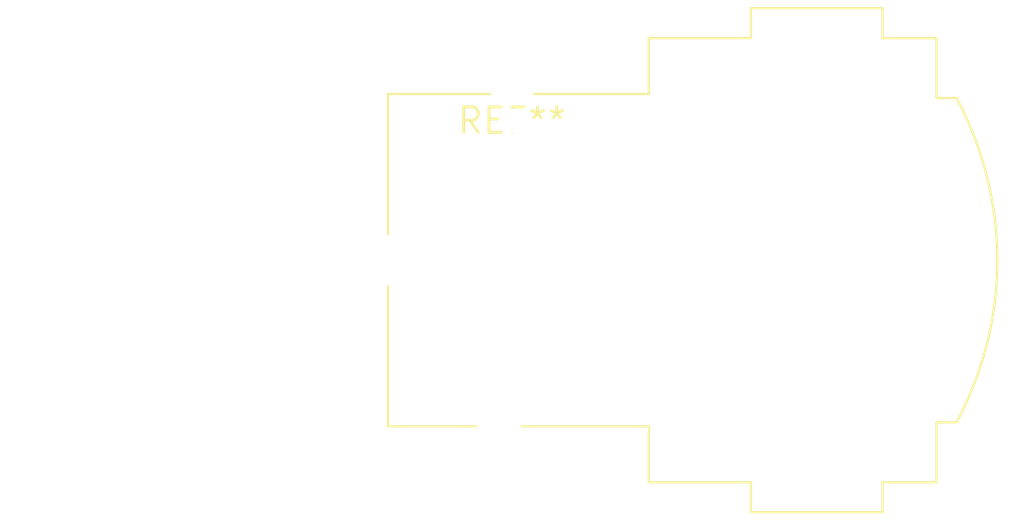
<source format=kicad_pcb>
(kicad_pcb (version 20240108) (generator pcbnew)
  (layers (0 "F.Cu" signal) (31 "B.Cu" signal) (34 "B.Paste" user) (35 "F.Paste" user) (36 "B.SilkS" user "B.Silkscreen") (37 "F.SilkS" user "F.Silkscreen") (38 "B.Mask" user) (39 "F.Mask" user) (44 "Edge.Cuts" user))
  (net 0 "")
  (footprint "Jack_XLR-6.35mm_Neutrik_NCJ6FA-H-DA_Horizontal" (layer "F.Cu") (at 0 0)
    (property "Reference" "REF**")
    (property "Value" "Jack_XLR-6.35mm_Neutrik_NCJ6FA-H-DA_Horizontal")
    (fp_line (start -6.205 -1.335) (end -6.205 5.685) (layer "F.SilkS") (stroke (width 0.12)))
    (fp_line (start -6.205 8.285) (end -6.205 15.305) (layer "F.SilkS") (stroke (width 0.12)))
    (fp_line (start -1.8 15.305) (end -6.205 15.305) (layer "F.SilkS") (stroke (width 0.12)))
    (fp_line (start -1.1 -1.335) (end -6.205 -1.335) (layer "F.SilkS") (stroke (width 0.12)))
    (fp_line (start 6.845 -4.135) (end 6.845 -1.335) (layer "F.SilkS") (stroke (width 0.12)))
    (fp_line (start 6.845 -1.335) (end 1.1 -1.335) (layer "F.SilkS") (stroke (width 0.12)))
    (fp_line (start 6.845 15.305) (end 0.5 15.305) (layer "F.SilkS") (stroke (width 0.12)))
    (fp_line (start 6.845 18.105) (end 6.845 15.305) (layer "F.SilkS") (stroke (width 0.12)))
    (fp_line (start 11.945 -4.135) (end 6.845 -4.135) (layer "F.SilkS") (stroke (width 0.12)))
    (fp_line (start 11.945 -4.135) (end 11.945 -5.635) (layer "F.SilkS") (stroke (width 0.12)))
    (fp_line (start 11.945 18.105) (end 6.845 18.105) (layer "F.SilkS") (stroke (width 0.12)))
    (fp_line (start 11.945 19.605) (end 11.945 18.105) (layer "F.SilkS") (stroke (width 0.12)))
    (fp_line (start 18.535 -5.635) (end 11.945 -5.635) (layer "F.SilkS") (stroke (width 0.12)))
    (fp_line (start 18.535 -5.635) (end 18.535 -4.135) (layer "F.SilkS") (stroke (width 0.12)))
    (fp_line (start 18.535 -4.135) (end 21.235 -4.135) (layer "F.SilkS") (stroke (width 0.12)))
    (fp_line (start 18.535 18.105) (end 18.535 19.605) (layer "F.SilkS") (stroke (width 0.12)))
    (fp_line (start 18.535 18.105) (end 21.235 18.105) (layer "F.SilkS") (stroke (width 0.12)))
    (fp_line (start 18.535 19.605) (end 11.945 19.605) (layer "F.SilkS") (stroke (width 0.12)))
    (fp_line (start 21.235 -4.135) (end 21.235 -1.135) (layer "F.SilkS") (stroke (width 0.12)))
    (fp_line (start 21.235 -1.135) (end 22.235 -1.135) (layer "F.SilkS") (stroke (width 0.12)))
    (fp_line (start 21.235 15.105) (end 21.235 18.105) (layer "F.SilkS") (stroke (width 0.12)))
    (fp_line (start 21.235 15.105) (end 22.235 15.105) (layer "F.SilkS") (stroke (width 0.12)))
    (fp_arc (start 22.235 -1.135) (mid 24.27742 6.973784) (end 22.245601 15.08523) (layer "F.SilkS") (stroke (width 0.12)))
    (pad "" np_thru_hole circle (at 8.89 6.985) (size 1.6 1.6) (drill 1.6) (layers *.Cu *.Mask))
    (pad "" np_thru_hole circle (at 12.065 1.27) (size 1.6 1.6) (drill 1.6) (layers *.Cu *.Mask))
    (pad "" np_thru_hole circle (at 12.065 12.7) (size 1.6 1.6) (drill 1.6) (layers *.Cu *.Mask))
    (pad "1" thru_hole circle (at 0 0) (size 2.9 2.9) (drill 1.2) (layers *.Cu *.Mask) (remove_unused_layers))
    (pad "2" thru_hole circle (at -0.635 13.97) (size 2.9 2.9) (drill 1.2) (layers *.Cu *.Mask) (remove_unused_layers))
    (pad "3" thru_hole circle (at -5.08 6.985) (size 2.7 2.7) (drill 1.2) (layers *.Cu *.Mask) (remove_unused_layers))
    (pad "G" thru_hole circle (at 11.43 -1.27) (size 3.2 3.2) (drill 1.6) (layers *.Cu *.Mask) (remove_unused_layers))
    (pad "R" thru_hole circle (at -4.445 9.8425) (size 2.7 2.7) (drill 1.2) (layers *.Cu *.Mask) (remove_unused_layers))
    (pad "S" thru_hole circle (at -4.445 4.1275) (size 2.7 2.7) (drill 1.2) (layers *.Cu *.Mask) (remove_unused_layers))
    (pad "T" thru_hole circle (at 2.54 2.54) (size 3.4 3.4) (drill 1.6) (layers *.Cu *.Mask) (remove_unused_layers))
    (pad "T" thru_hole circle (at 2.54 11.43) (size 3.4 3.4) (drill 1.6) (layers *.Cu *.Mask) (remove_unused_layers))
  )
)
</source>
